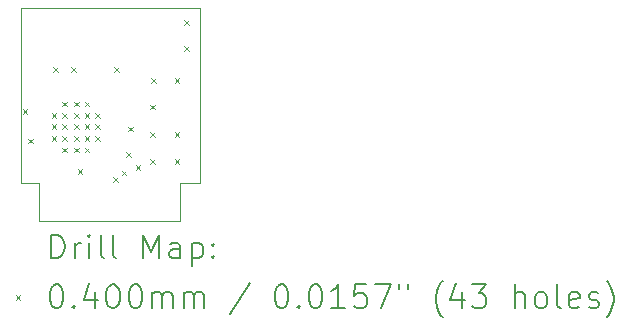
<source format=gbr>
%TF.GenerationSoftware,KiCad,Pcbnew,8.0.1-8.0.1-1~ubuntu22.04.1*%
%TF.CreationDate,2024-05-09T18:35:26+02:00*%
%TF.ProjectId,FCK_SM-028_V1.3,46434b5f-534d-42d3-9032-385f56312e33,rev?*%
%TF.SameCoordinates,Original*%
%TF.FileFunction,Drillmap*%
%TF.FilePolarity,Positive*%
%FSLAX45Y45*%
G04 Gerber Fmt 4.5, Leading zero omitted, Abs format (unit mm)*
G04 Created by KiCad (PCBNEW 8.0.1-8.0.1-1~ubuntu22.04.1) date 2024-05-09 18:35:26*
%MOMM*%
%LPD*%
G01*
G04 APERTURE LIST*
%ADD10C,0.100000*%
%ADD11C,0.200000*%
G04 APERTURE END LIST*
D10*
X13140000Y-9810000D02*
X12990000Y-9810000D01*
X12990000Y-9810000D02*
X12990000Y-8330000D01*
X14340000Y-9810000D02*
X14340000Y-10130000D01*
X14510000Y-8330000D02*
X14510000Y-9810000D01*
X12990000Y-8330000D02*
X14510000Y-8330000D01*
X14340000Y-10130000D02*
X13140000Y-10130000D01*
X13140000Y-10130000D02*
X13140000Y-9810000D01*
X14510000Y-9810000D02*
X14340000Y-9810000D01*
D11*
D10*
X13005000Y-9183000D02*
X13045000Y-9223000D01*
X13045000Y-9183000D02*
X13005000Y-9223000D01*
X13050000Y-9433000D02*
X13090000Y-9473000D01*
X13090000Y-9433000D02*
X13050000Y-9473000D01*
X13250000Y-9218000D02*
X13290000Y-9258000D01*
X13290000Y-9218000D02*
X13250000Y-9258000D01*
X13250000Y-9308000D02*
X13290000Y-9348000D01*
X13290000Y-9308000D02*
X13250000Y-9348000D01*
X13250000Y-9408000D02*
X13290000Y-9448000D01*
X13290000Y-9408000D02*
X13250000Y-9448000D01*
X13264000Y-8829000D02*
X13304000Y-8869000D01*
X13304000Y-8829000D02*
X13264000Y-8869000D01*
X13340000Y-9118000D02*
X13380000Y-9158000D01*
X13380000Y-9118000D02*
X13340000Y-9158000D01*
X13340000Y-9218000D02*
X13380000Y-9258000D01*
X13380000Y-9218000D02*
X13340000Y-9258000D01*
X13340000Y-9308000D02*
X13380000Y-9348000D01*
X13380000Y-9308000D02*
X13340000Y-9348000D01*
X13340000Y-9408000D02*
X13380000Y-9448000D01*
X13380000Y-9408000D02*
X13340000Y-9448000D01*
X13340000Y-9508000D02*
X13380000Y-9548000D01*
X13380000Y-9508000D02*
X13340000Y-9548000D01*
X13415000Y-8829000D02*
X13455000Y-8869000D01*
X13455000Y-8829000D02*
X13415000Y-8869000D01*
X13440000Y-9118000D02*
X13480000Y-9158000D01*
X13480000Y-9118000D02*
X13440000Y-9158000D01*
X13440000Y-9218000D02*
X13480000Y-9258000D01*
X13480000Y-9218000D02*
X13440000Y-9258000D01*
X13440000Y-9308000D02*
X13480000Y-9348000D01*
X13480000Y-9308000D02*
X13440000Y-9348000D01*
X13440000Y-9308000D02*
X13480000Y-9348000D01*
X13480000Y-9308000D02*
X13440000Y-9348000D01*
X13440000Y-9308000D02*
X13480000Y-9348000D01*
X13480000Y-9308000D02*
X13440000Y-9348000D01*
X13440000Y-9408000D02*
X13480000Y-9448000D01*
X13480000Y-9408000D02*
X13440000Y-9448000D01*
X13440000Y-9508000D02*
X13480000Y-9548000D01*
X13480000Y-9508000D02*
X13440000Y-9548000D01*
X13470000Y-9690000D02*
X13510000Y-9730000D01*
X13510000Y-9690000D02*
X13470000Y-9730000D01*
X13530000Y-9118000D02*
X13570000Y-9158000D01*
X13570000Y-9118000D02*
X13530000Y-9158000D01*
X13530000Y-9218000D02*
X13570000Y-9258000D01*
X13570000Y-9218000D02*
X13530000Y-9258000D01*
X13530000Y-9308000D02*
X13570000Y-9348000D01*
X13570000Y-9308000D02*
X13530000Y-9348000D01*
X13530000Y-9408000D02*
X13570000Y-9448000D01*
X13570000Y-9408000D02*
X13530000Y-9448000D01*
X13530000Y-9508000D02*
X13570000Y-9548000D01*
X13570000Y-9508000D02*
X13530000Y-9548000D01*
X13620000Y-9218000D02*
X13660000Y-9258000D01*
X13660000Y-9218000D02*
X13620000Y-9258000D01*
X13620000Y-9308000D02*
X13660000Y-9348000D01*
X13660000Y-9308000D02*
X13620000Y-9348000D01*
X13620000Y-9408000D02*
X13660000Y-9448000D01*
X13660000Y-9408000D02*
X13620000Y-9448000D01*
X13770000Y-9761000D02*
X13810000Y-9801000D01*
X13810000Y-9761000D02*
X13770000Y-9801000D01*
X13782000Y-8829000D02*
X13822000Y-8869000D01*
X13822000Y-8829000D02*
X13782000Y-8869000D01*
X13844000Y-9704000D02*
X13884000Y-9744000D01*
X13884000Y-9704000D02*
X13844000Y-9744000D01*
X13884000Y-9546000D02*
X13924000Y-9586000D01*
X13924000Y-9546000D02*
X13884000Y-9586000D01*
X13896000Y-9330000D02*
X13936000Y-9370000D01*
X13936000Y-9330000D02*
X13896000Y-9370000D01*
X13962000Y-9656000D02*
X14002000Y-9696000D01*
X14002000Y-9656000D02*
X13962000Y-9696000D01*
X14085250Y-9145000D02*
X14125250Y-9185000D01*
X14125250Y-9145000D02*
X14085250Y-9185000D01*
X14085250Y-9374000D02*
X14125250Y-9414000D01*
X14125250Y-9374000D02*
X14085250Y-9414000D01*
X14085250Y-9604000D02*
X14125250Y-9644000D01*
X14125250Y-9604000D02*
X14085250Y-9644000D01*
X14092000Y-8921000D02*
X14132000Y-8961000D01*
X14132000Y-8921000D02*
X14092000Y-8961000D01*
X14292000Y-8921000D02*
X14332000Y-8961000D01*
X14332000Y-8921000D02*
X14292000Y-8961000D01*
X14292750Y-9374000D02*
X14332750Y-9414000D01*
X14332750Y-9374000D02*
X14292750Y-9414000D01*
X14292750Y-9604000D02*
X14332750Y-9644000D01*
X14332750Y-9604000D02*
X14292750Y-9644000D01*
X14371000Y-8429000D02*
X14411000Y-8469000D01*
X14411000Y-8429000D02*
X14371000Y-8469000D01*
X14374000Y-8648000D02*
X14414000Y-8688000D01*
X14414000Y-8648000D02*
X14374000Y-8688000D01*
D11*
X13245777Y-10446484D02*
X13245777Y-10246484D01*
X13245777Y-10246484D02*
X13293396Y-10246484D01*
X13293396Y-10246484D02*
X13321967Y-10256008D01*
X13321967Y-10256008D02*
X13341015Y-10275055D01*
X13341015Y-10275055D02*
X13350539Y-10294103D01*
X13350539Y-10294103D02*
X13360062Y-10332198D01*
X13360062Y-10332198D02*
X13360062Y-10360770D01*
X13360062Y-10360770D02*
X13350539Y-10398865D01*
X13350539Y-10398865D02*
X13341015Y-10417912D01*
X13341015Y-10417912D02*
X13321967Y-10436960D01*
X13321967Y-10436960D02*
X13293396Y-10446484D01*
X13293396Y-10446484D02*
X13245777Y-10446484D01*
X13445777Y-10446484D02*
X13445777Y-10313150D01*
X13445777Y-10351246D02*
X13455301Y-10332198D01*
X13455301Y-10332198D02*
X13464824Y-10322674D01*
X13464824Y-10322674D02*
X13483872Y-10313150D01*
X13483872Y-10313150D02*
X13502920Y-10313150D01*
X13569586Y-10446484D02*
X13569586Y-10313150D01*
X13569586Y-10246484D02*
X13560062Y-10256008D01*
X13560062Y-10256008D02*
X13569586Y-10265531D01*
X13569586Y-10265531D02*
X13579110Y-10256008D01*
X13579110Y-10256008D02*
X13569586Y-10246484D01*
X13569586Y-10246484D02*
X13569586Y-10265531D01*
X13693396Y-10446484D02*
X13674348Y-10436960D01*
X13674348Y-10436960D02*
X13664824Y-10417912D01*
X13664824Y-10417912D02*
X13664824Y-10246484D01*
X13798158Y-10446484D02*
X13779110Y-10436960D01*
X13779110Y-10436960D02*
X13769586Y-10417912D01*
X13769586Y-10417912D02*
X13769586Y-10246484D01*
X14026729Y-10446484D02*
X14026729Y-10246484D01*
X14026729Y-10246484D02*
X14093396Y-10389341D01*
X14093396Y-10389341D02*
X14160062Y-10246484D01*
X14160062Y-10246484D02*
X14160062Y-10446484D01*
X14341015Y-10446484D02*
X14341015Y-10341722D01*
X14341015Y-10341722D02*
X14331491Y-10322674D01*
X14331491Y-10322674D02*
X14312443Y-10313150D01*
X14312443Y-10313150D02*
X14274348Y-10313150D01*
X14274348Y-10313150D02*
X14255301Y-10322674D01*
X14341015Y-10436960D02*
X14321967Y-10446484D01*
X14321967Y-10446484D02*
X14274348Y-10446484D01*
X14274348Y-10446484D02*
X14255301Y-10436960D01*
X14255301Y-10436960D02*
X14245777Y-10417912D01*
X14245777Y-10417912D02*
X14245777Y-10398865D01*
X14245777Y-10398865D02*
X14255301Y-10379817D01*
X14255301Y-10379817D02*
X14274348Y-10370293D01*
X14274348Y-10370293D02*
X14321967Y-10370293D01*
X14321967Y-10370293D02*
X14341015Y-10360770D01*
X14436253Y-10313150D02*
X14436253Y-10513150D01*
X14436253Y-10322674D02*
X14455301Y-10313150D01*
X14455301Y-10313150D02*
X14493396Y-10313150D01*
X14493396Y-10313150D02*
X14512443Y-10322674D01*
X14512443Y-10322674D02*
X14521967Y-10332198D01*
X14521967Y-10332198D02*
X14531491Y-10351246D01*
X14531491Y-10351246D02*
X14531491Y-10408389D01*
X14531491Y-10408389D02*
X14521967Y-10427436D01*
X14521967Y-10427436D02*
X14512443Y-10436960D01*
X14512443Y-10436960D02*
X14493396Y-10446484D01*
X14493396Y-10446484D02*
X14455301Y-10446484D01*
X14455301Y-10446484D02*
X14436253Y-10436960D01*
X14617205Y-10427436D02*
X14626729Y-10436960D01*
X14626729Y-10436960D02*
X14617205Y-10446484D01*
X14617205Y-10446484D02*
X14607682Y-10436960D01*
X14607682Y-10436960D02*
X14617205Y-10427436D01*
X14617205Y-10427436D02*
X14617205Y-10446484D01*
X14617205Y-10322674D02*
X14626729Y-10332198D01*
X14626729Y-10332198D02*
X14617205Y-10341722D01*
X14617205Y-10341722D02*
X14607682Y-10332198D01*
X14607682Y-10332198D02*
X14617205Y-10322674D01*
X14617205Y-10322674D02*
X14617205Y-10341722D01*
D10*
X12945000Y-10755000D02*
X12985000Y-10795000D01*
X12985000Y-10755000D02*
X12945000Y-10795000D01*
D11*
X13283872Y-10666484D02*
X13302920Y-10666484D01*
X13302920Y-10666484D02*
X13321967Y-10676008D01*
X13321967Y-10676008D02*
X13331491Y-10685531D01*
X13331491Y-10685531D02*
X13341015Y-10704579D01*
X13341015Y-10704579D02*
X13350539Y-10742674D01*
X13350539Y-10742674D02*
X13350539Y-10790293D01*
X13350539Y-10790293D02*
X13341015Y-10828389D01*
X13341015Y-10828389D02*
X13331491Y-10847436D01*
X13331491Y-10847436D02*
X13321967Y-10856960D01*
X13321967Y-10856960D02*
X13302920Y-10866484D01*
X13302920Y-10866484D02*
X13283872Y-10866484D01*
X13283872Y-10866484D02*
X13264824Y-10856960D01*
X13264824Y-10856960D02*
X13255301Y-10847436D01*
X13255301Y-10847436D02*
X13245777Y-10828389D01*
X13245777Y-10828389D02*
X13236253Y-10790293D01*
X13236253Y-10790293D02*
X13236253Y-10742674D01*
X13236253Y-10742674D02*
X13245777Y-10704579D01*
X13245777Y-10704579D02*
X13255301Y-10685531D01*
X13255301Y-10685531D02*
X13264824Y-10676008D01*
X13264824Y-10676008D02*
X13283872Y-10666484D01*
X13436253Y-10847436D02*
X13445777Y-10856960D01*
X13445777Y-10856960D02*
X13436253Y-10866484D01*
X13436253Y-10866484D02*
X13426729Y-10856960D01*
X13426729Y-10856960D02*
X13436253Y-10847436D01*
X13436253Y-10847436D02*
X13436253Y-10866484D01*
X13617205Y-10733150D02*
X13617205Y-10866484D01*
X13569586Y-10656960D02*
X13521967Y-10799817D01*
X13521967Y-10799817D02*
X13645777Y-10799817D01*
X13760062Y-10666484D02*
X13779110Y-10666484D01*
X13779110Y-10666484D02*
X13798158Y-10676008D01*
X13798158Y-10676008D02*
X13807682Y-10685531D01*
X13807682Y-10685531D02*
X13817205Y-10704579D01*
X13817205Y-10704579D02*
X13826729Y-10742674D01*
X13826729Y-10742674D02*
X13826729Y-10790293D01*
X13826729Y-10790293D02*
X13817205Y-10828389D01*
X13817205Y-10828389D02*
X13807682Y-10847436D01*
X13807682Y-10847436D02*
X13798158Y-10856960D01*
X13798158Y-10856960D02*
X13779110Y-10866484D01*
X13779110Y-10866484D02*
X13760062Y-10866484D01*
X13760062Y-10866484D02*
X13741015Y-10856960D01*
X13741015Y-10856960D02*
X13731491Y-10847436D01*
X13731491Y-10847436D02*
X13721967Y-10828389D01*
X13721967Y-10828389D02*
X13712443Y-10790293D01*
X13712443Y-10790293D02*
X13712443Y-10742674D01*
X13712443Y-10742674D02*
X13721967Y-10704579D01*
X13721967Y-10704579D02*
X13731491Y-10685531D01*
X13731491Y-10685531D02*
X13741015Y-10676008D01*
X13741015Y-10676008D02*
X13760062Y-10666484D01*
X13950539Y-10666484D02*
X13969586Y-10666484D01*
X13969586Y-10666484D02*
X13988634Y-10676008D01*
X13988634Y-10676008D02*
X13998158Y-10685531D01*
X13998158Y-10685531D02*
X14007682Y-10704579D01*
X14007682Y-10704579D02*
X14017205Y-10742674D01*
X14017205Y-10742674D02*
X14017205Y-10790293D01*
X14017205Y-10790293D02*
X14007682Y-10828389D01*
X14007682Y-10828389D02*
X13998158Y-10847436D01*
X13998158Y-10847436D02*
X13988634Y-10856960D01*
X13988634Y-10856960D02*
X13969586Y-10866484D01*
X13969586Y-10866484D02*
X13950539Y-10866484D01*
X13950539Y-10866484D02*
X13931491Y-10856960D01*
X13931491Y-10856960D02*
X13921967Y-10847436D01*
X13921967Y-10847436D02*
X13912443Y-10828389D01*
X13912443Y-10828389D02*
X13902920Y-10790293D01*
X13902920Y-10790293D02*
X13902920Y-10742674D01*
X13902920Y-10742674D02*
X13912443Y-10704579D01*
X13912443Y-10704579D02*
X13921967Y-10685531D01*
X13921967Y-10685531D02*
X13931491Y-10676008D01*
X13931491Y-10676008D02*
X13950539Y-10666484D01*
X14102920Y-10866484D02*
X14102920Y-10733150D01*
X14102920Y-10752198D02*
X14112443Y-10742674D01*
X14112443Y-10742674D02*
X14131491Y-10733150D01*
X14131491Y-10733150D02*
X14160063Y-10733150D01*
X14160063Y-10733150D02*
X14179110Y-10742674D01*
X14179110Y-10742674D02*
X14188634Y-10761722D01*
X14188634Y-10761722D02*
X14188634Y-10866484D01*
X14188634Y-10761722D02*
X14198158Y-10742674D01*
X14198158Y-10742674D02*
X14217205Y-10733150D01*
X14217205Y-10733150D02*
X14245777Y-10733150D01*
X14245777Y-10733150D02*
X14264824Y-10742674D01*
X14264824Y-10742674D02*
X14274348Y-10761722D01*
X14274348Y-10761722D02*
X14274348Y-10866484D01*
X14369586Y-10866484D02*
X14369586Y-10733150D01*
X14369586Y-10752198D02*
X14379110Y-10742674D01*
X14379110Y-10742674D02*
X14398158Y-10733150D01*
X14398158Y-10733150D02*
X14426729Y-10733150D01*
X14426729Y-10733150D02*
X14445777Y-10742674D01*
X14445777Y-10742674D02*
X14455301Y-10761722D01*
X14455301Y-10761722D02*
X14455301Y-10866484D01*
X14455301Y-10761722D02*
X14464824Y-10742674D01*
X14464824Y-10742674D02*
X14483872Y-10733150D01*
X14483872Y-10733150D02*
X14512443Y-10733150D01*
X14512443Y-10733150D02*
X14531491Y-10742674D01*
X14531491Y-10742674D02*
X14541015Y-10761722D01*
X14541015Y-10761722D02*
X14541015Y-10866484D01*
X14931491Y-10656960D02*
X14760063Y-10914103D01*
X15188634Y-10666484D02*
X15207682Y-10666484D01*
X15207682Y-10666484D02*
X15226729Y-10676008D01*
X15226729Y-10676008D02*
X15236253Y-10685531D01*
X15236253Y-10685531D02*
X15245777Y-10704579D01*
X15245777Y-10704579D02*
X15255301Y-10742674D01*
X15255301Y-10742674D02*
X15255301Y-10790293D01*
X15255301Y-10790293D02*
X15245777Y-10828389D01*
X15245777Y-10828389D02*
X15236253Y-10847436D01*
X15236253Y-10847436D02*
X15226729Y-10856960D01*
X15226729Y-10856960D02*
X15207682Y-10866484D01*
X15207682Y-10866484D02*
X15188634Y-10866484D01*
X15188634Y-10866484D02*
X15169586Y-10856960D01*
X15169586Y-10856960D02*
X15160063Y-10847436D01*
X15160063Y-10847436D02*
X15150539Y-10828389D01*
X15150539Y-10828389D02*
X15141015Y-10790293D01*
X15141015Y-10790293D02*
X15141015Y-10742674D01*
X15141015Y-10742674D02*
X15150539Y-10704579D01*
X15150539Y-10704579D02*
X15160063Y-10685531D01*
X15160063Y-10685531D02*
X15169586Y-10676008D01*
X15169586Y-10676008D02*
X15188634Y-10666484D01*
X15341015Y-10847436D02*
X15350539Y-10856960D01*
X15350539Y-10856960D02*
X15341015Y-10866484D01*
X15341015Y-10866484D02*
X15331491Y-10856960D01*
X15331491Y-10856960D02*
X15341015Y-10847436D01*
X15341015Y-10847436D02*
X15341015Y-10866484D01*
X15474348Y-10666484D02*
X15493396Y-10666484D01*
X15493396Y-10666484D02*
X15512444Y-10676008D01*
X15512444Y-10676008D02*
X15521967Y-10685531D01*
X15521967Y-10685531D02*
X15531491Y-10704579D01*
X15531491Y-10704579D02*
X15541015Y-10742674D01*
X15541015Y-10742674D02*
X15541015Y-10790293D01*
X15541015Y-10790293D02*
X15531491Y-10828389D01*
X15531491Y-10828389D02*
X15521967Y-10847436D01*
X15521967Y-10847436D02*
X15512444Y-10856960D01*
X15512444Y-10856960D02*
X15493396Y-10866484D01*
X15493396Y-10866484D02*
X15474348Y-10866484D01*
X15474348Y-10866484D02*
X15455301Y-10856960D01*
X15455301Y-10856960D02*
X15445777Y-10847436D01*
X15445777Y-10847436D02*
X15436253Y-10828389D01*
X15436253Y-10828389D02*
X15426729Y-10790293D01*
X15426729Y-10790293D02*
X15426729Y-10742674D01*
X15426729Y-10742674D02*
X15436253Y-10704579D01*
X15436253Y-10704579D02*
X15445777Y-10685531D01*
X15445777Y-10685531D02*
X15455301Y-10676008D01*
X15455301Y-10676008D02*
X15474348Y-10666484D01*
X15731491Y-10866484D02*
X15617206Y-10866484D01*
X15674348Y-10866484D02*
X15674348Y-10666484D01*
X15674348Y-10666484D02*
X15655301Y-10695055D01*
X15655301Y-10695055D02*
X15636253Y-10714103D01*
X15636253Y-10714103D02*
X15617206Y-10723627D01*
X15912444Y-10666484D02*
X15817206Y-10666484D01*
X15817206Y-10666484D02*
X15807682Y-10761722D01*
X15807682Y-10761722D02*
X15817206Y-10752198D01*
X15817206Y-10752198D02*
X15836253Y-10742674D01*
X15836253Y-10742674D02*
X15883872Y-10742674D01*
X15883872Y-10742674D02*
X15902920Y-10752198D01*
X15902920Y-10752198D02*
X15912444Y-10761722D01*
X15912444Y-10761722D02*
X15921967Y-10780770D01*
X15921967Y-10780770D02*
X15921967Y-10828389D01*
X15921967Y-10828389D02*
X15912444Y-10847436D01*
X15912444Y-10847436D02*
X15902920Y-10856960D01*
X15902920Y-10856960D02*
X15883872Y-10866484D01*
X15883872Y-10866484D02*
X15836253Y-10866484D01*
X15836253Y-10866484D02*
X15817206Y-10856960D01*
X15817206Y-10856960D02*
X15807682Y-10847436D01*
X15988634Y-10666484D02*
X16121967Y-10666484D01*
X16121967Y-10666484D02*
X16036253Y-10866484D01*
X16188634Y-10666484D02*
X16188634Y-10704579D01*
X16264825Y-10666484D02*
X16264825Y-10704579D01*
X16560063Y-10942674D02*
X16550539Y-10933150D01*
X16550539Y-10933150D02*
X16531491Y-10904579D01*
X16531491Y-10904579D02*
X16521968Y-10885531D01*
X16521968Y-10885531D02*
X16512444Y-10856960D01*
X16512444Y-10856960D02*
X16502920Y-10809341D01*
X16502920Y-10809341D02*
X16502920Y-10771246D01*
X16502920Y-10771246D02*
X16512444Y-10723627D01*
X16512444Y-10723627D02*
X16521968Y-10695055D01*
X16521968Y-10695055D02*
X16531491Y-10676008D01*
X16531491Y-10676008D02*
X16550539Y-10647436D01*
X16550539Y-10647436D02*
X16560063Y-10637912D01*
X16721968Y-10733150D02*
X16721968Y-10866484D01*
X16674348Y-10656960D02*
X16626729Y-10799817D01*
X16626729Y-10799817D02*
X16750539Y-10799817D01*
X16807682Y-10666484D02*
X16931491Y-10666484D01*
X16931491Y-10666484D02*
X16864825Y-10742674D01*
X16864825Y-10742674D02*
X16893396Y-10742674D01*
X16893396Y-10742674D02*
X16912444Y-10752198D01*
X16912444Y-10752198D02*
X16921968Y-10761722D01*
X16921968Y-10761722D02*
X16931491Y-10780770D01*
X16931491Y-10780770D02*
X16931491Y-10828389D01*
X16931491Y-10828389D02*
X16921968Y-10847436D01*
X16921968Y-10847436D02*
X16912444Y-10856960D01*
X16912444Y-10856960D02*
X16893396Y-10866484D01*
X16893396Y-10866484D02*
X16836253Y-10866484D01*
X16836253Y-10866484D02*
X16817206Y-10856960D01*
X16817206Y-10856960D02*
X16807682Y-10847436D01*
X17169587Y-10866484D02*
X17169587Y-10666484D01*
X17255301Y-10866484D02*
X17255301Y-10761722D01*
X17255301Y-10761722D02*
X17245777Y-10742674D01*
X17245777Y-10742674D02*
X17226730Y-10733150D01*
X17226730Y-10733150D02*
X17198158Y-10733150D01*
X17198158Y-10733150D02*
X17179111Y-10742674D01*
X17179111Y-10742674D02*
X17169587Y-10752198D01*
X17379111Y-10866484D02*
X17360063Y-10856960D01*
X17360063Y-10856960D02*
X17350539Y-10847436D01*
X17350539Y-10847436D02*
X17341015Y-10828389D01*
X17341015Y-10828389D02*
X17341015Y-10771246D01*
X17341015Y-10771246D02*
X17350539Y-10752198D01*
X17350539Y-10752198D02*
X17360063Y-10742674D01*
X17360063Y-10742674D02*
X17379111Y-10733150D01*
X17379111Y-10733150D02*
X17407682Y-10733150D01*
X17407682Y-10733150D02*
X17426730Y-10742674D01*
X17426730Y-10742674D02*
X17436253Y-10752198D01*
X17436253Y-10752198D02*
X17445777Y-10771246D01*
X17445777Y-10771246D02*
X17445777Y-10828389D01*
X17445777Y-10828389D02*
X17436253Y-10847436D01*
X17436253Y-10847436D02*
X17426730Y-10856960D01*
X17426730Y-10856960D02*
X17407682Y-10866484D01*
X17407682Y-10866484D02*
X17379111Y-10866484D01*
X17560063Y-10866484D02*
X17541015Y-10856960D01*
X17541015Y-10856960D02*
X17531492Y-10837912D01*
X17531492Y-10837912D02*
X17531492Y-10666484D01*
X17712444Y-10856960D02*
X17693396Y-10866484D01*
X17693396Y-10866484D02*
X17655301Y-10866484D01*
X17655301Y-10866484D02*
X17636253Y-10856960D01*
X17636253Y-10856960D02*
X17626730Y-10837912D01*
X17626730Y-10837912D02*
X17626730Y-10761722D01*
X17626730Y-10761722D02*
X17636253Y-10742674D01*
X17636253Y-10742674D02*
X17655301Y-10733150D01*
X17655301Y-10733150D02*
X17693396Y-10733150D01*
X17693396Y-10733150D02*
X17712444Y-10742674D01*
X17712444Y-10742674D02*
X17721968Y-10761722D01*
X17721968Y-10761722D02*
X17721968Y-10780770D01*
X17721968Y-10780770D02*
X17626730Y-10799817D01*
X17798158Y-10856960D02*
X17817206Y-10866484D01*
X17817206Y-10866484D02*
X17855301Y-10866484D01*
X17855301Y-10866484D02*
X17874349Y-10856960D01*
X17874349Y-10856960D02*
X17883873Y-10837912D01*
X17883873Y-10837912D02*
X17883873Y-10828389D01*
X17883873Y-10828389D02*
X17874349Y-10809341D01*
X17874349Y-10809341D02*
X17855301Y-10799817D01*
X17855301Y-10799817D02*
X17826730Y-10799817D01*
X17826730Y-10799817D02*
X17807682Y-10790293D01*
X17807682Y-10790293D02*
X17798158Y-10771246D01*
X17798158Y-10771246D02*
X17798158Y-10761722D01*
X17798158Y-10761722D02*
X17807682Y-10742674D01*
X17807682Y-10742674D02*
X17826730Y-10733150D01*
X17826730Y-10733150D02*
X17855301Y-10733150D01*
X17855301Y-10733150D02*
X17874349Y-10742674D01*
X17950539Y-10942674D02*
X17960063Y-10933150D01*
X17960063Y-10933150D02*
X17979111Y-10904579D01*
X17979111Y-10904579D02*
X17988634Y-10885531D01*
X17988634Y-10885531D02*
X17998158Y-10856960D01*
X17998158Y-10856960D02*
X18007682Y-10809341D01*
X18007682Y-10809341D02*
X18007682Y-10771246D01*
X18007682Y-10771246D02*
X17998158Y-10723627D01*
X17998158Y-10723627D02*
X17988634Y-10695055D01*
X17988634Y-10695055D02*
X17979111Y-10676008D01*
X17979111Y-10676008D02*
X17960063Y-10647436D01*
X17960063Y-10647436D02*
X17950539Y-10637912D01*
M02*

</source>
